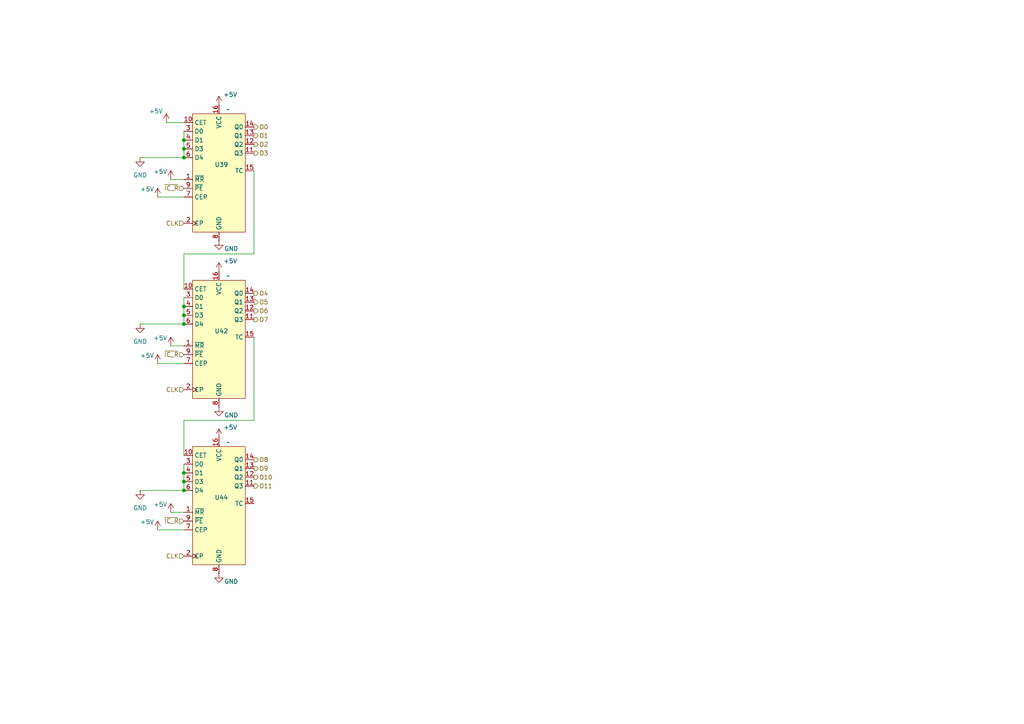
<source format=kicad_sch>
(kicad_sch (version 20250114) (generator "eeschema") (generator_version "9.0")
  (paper "A4")
  (lib_symbols
    (symbol "custom:74HC161"
      (property "Reference" "U" (at 0 0 0))
      (symbol "74HC161_1_1"
        (rectangle (start -7.62 16.51) (end 7.62 -17.78) (fill (type background)))
        (pin input line (at -10.16 13.97 0) (length 2.54) (name "CET") (number "10"))
        (pin input line (at -10.16 11.43 0) (length 2.54) (name "D0") (number "3"))
        (pin input line (at -10.16 8.89 0) (length 2.54) (name "D1") (number "4"))
        (pin input line (at -10.16 6.35 0) (length 2.54) (name "D3") (number "5"))
        (pin input line (at -10.16 3.81 0) (length 2.54) (name "D4") (number "6"))
        (pin input line (at -10.16 -2.54 0) (length 2.54) (name "~{MR}") (number "1"))
        (pin input line (at -10.16 -5.08 0) (length 2.54) (name "~{PE}") (number "9"))
        (pin input line (at -10.16 -7.62 0) (length 2.54) (name "CEP") (number "7"))
        (pin input clock (at -10.16 -15.24 0) (length 2.54) (name "CP") (number "2"))
        (pin power_in line (at 0 19.05 270) (length 2.54) (name "VCC") (number "16"))
        (pin power_in line (at 0 -20.32 90) (length 2.54) (name "GND") (number "8"))
        (pin output line (at 10.16 12.7 180) (length 2.54) (name "Q0") (number "14"))
        (pin output line (at 10.16 10.16 180) (length 2.54) (name "Q1") (number "13"))
        (pin output line (at 10.16 7.62 180) (length 2.54) (name "Q2") (number "12"))
        (pin output line (at 10.16 5.08 180) (length 2.54) (name "Q3") (number "11"))
        (pin output line (at 10.16 0 180) (length 2.54) (name "TC") (number "15"))
      )
    )
    (symbol "power:+5V" (power) (pin_numbers (hide yes)) (pin_names (offset 0) (hide yes))
      (property "Value" "+5V" (at 0 3.556 0))
      (symbol "+5V_0_1"
        (polyline (pts (xy -0.762 1.27) (xy 0 2.54)))
        (polyline (pts (xy 0 2.54) (xy 0.762 1.27)))
        (polyline (pts (xy 0 0) (xy 0 2.54)))
      )
      (symbol "+5V_1_1"
        (pin power_in line (at 0 0 90) (length 0) (name "~") (number "1"))
      )
    )
    (symbol "power:GND" (power) (pin_numbers (hide yes)) (pin_names (offset 0) (hide yes))
      (property "Value" "GND" (at 0 -3.81 0))
      (symbol "GND_0_1"
        (polyline (pts (xy 0 0) (xy 0 -1.27) (xy 1.27 -1.27) (xy 0 -2.54) (xy -1.27 -1.27) (xy 0 -1.27)))
      )
      (symbol "GND_1_1"
        (pin power_in line (at 0 0 270) (length 0) (name "~") (number "1"))
      )
    )
  )
  (junction (at 53.34 40.64))
  (junction (at 53.34 45.72))
  (junction (at 53.34 91.44))
  (junction (at 53.34 93.98))
  (junction (at 53.34 88.9))
  (junction (at 53.34 137.16))
  (junction (at 53.34 139.7))
  (junction (at 53.34 43.18))
  (junction (at 53.34 142.24))
  (wire (pts (xy 45.72 153.67) (xy 53.34 153.67)))
  (wire (pts (xy 53.34 134.62) (xy 53.34 137.16)))
  (wire (pts (xy 45.72 105.41) (xy 53.34 105.41)))
  (wire (pts (xy 53.34 43.18) (xy 53.34 45.72)))
  (wire (pts (xy 40.64 45.72) (xy 53.34 45.72)))
  (wire (pts (xy 73.66 97.79) (xy 73.66 121.92)))
  (wire (pts (xy 73.66 73.66) (xy 53.34 73.66)))
  (wire (pts (xy 53.34 121.92) (xy 53.34 132.08)))
  (wire (pts (xy 53.34 137.16) (xy 53.34 139.7)))
  (wire (pts (xy 53.34 100.33) (xy 49.53 100.33)))
  (wire (pts (xy 48.26 35.56) (xy 53.34 35.56)))
  (wire (pts (xy 53.34 73.66) (xy 53.34 83.82)))
  (wire (pts (xy 53.34 148.59) (xy 49.53 148.59)))
  (wire (pts (xy 53.34 40.64) (xy 53.34 43.18)))
  (wire (pts (xy 53.34 38.1) (xy 53.34 40.64)))
  (wire (pts (xy 53.34 139.7) (xy 53.34 142.24)))
  (wire (pts (xy 53.34 86.36) (xy 53.34 88.9)))
  (wire (pts (xy 40.64 93.98) (xy 53.34 93.98)))
  (wire (pts (xy 53.34 88.9) (xy 53.34 91.44)))
  (wire (pts (xy 73.66 121.92) (xy 53.34 121.92)))
  (wire (pts (xy 53.34 52.07) (xy 49.53 52.07)))
  (wire (pts (xy 53.34 91.44) (xy 53.34 93.98)))
  (wire (pts (xy 73.66 49.53) (xy 73.66 73.66)))
  (wire (pts (xy 40.64 142.24) (xy 53.34 142.24)))
  (wire (pts (xy 45.72 57.15) (xy 53.34 57.15)))
  (hierarchical_label "O8" (shape output) (at 73.66 133.35 0))
  (hierarchical_label "CLK" (shape input) (at 53.34 113.03 180))
  (hierarchical_label "~{IC_R}" (shape input) (at 53.34 54.61 180))
  (hierarchical_label "O7" (shape output) (at 73.66 92.71 0))
  (hierarchical_label "O0" (shape output) (at 73.66 36.83 0))
  (hierarchical_label "O9" (shape output) (at 73.66 135.89 0))
  (hierarchical_label "O10" (shape output) (at 73.66 138.43 0))
  (hierarchical_label "CLK" (shape input) (at 53.34 64.77 180))
  (hierarchical_label "O2" (shape output) (at 73.66 41.91 0))
  (hierarchical_label "O6" (shape output) (at 73.66 90.17 0))
  (hierarchical_label "~{IC_R}" (shape input) (at 53.34 151.13 180))
  (hierarchical_label "~{IC_R}" (shape input) (at 53.34 102.87 180))
  (hierarchical_label "O11" (shape output) (at 73.66 140.97 0))
  (hierarchical_label "O4" (shape output) (at 73.66 85.09 0))
  (hierarchical_label "CLK" (shape input) (at 53.34 161.29 180))
  (hierarchical_label "O5" (shape output) (at 73.66 87.63 0))
  (hierarchical_label "O3" (shape output) (at 73.66 44.45 0))
  (hierarchical_label "O1" (shape output) (at 73.66 39.37 0))
  (symbol (lib_id "power:GND") (at 40.64 45.72 0) (unit 1)
    (property "Reference" "#PWR0150" (effects (hide yes)))
    (property "Value" "GND" (at 40.64 50.8 0))
    (property "Description" "Power symbol creates a global label with name \"GND\" , ground" (effects (hide yes)))
  )
  (symbol (lib_id "power:GND") (at 63.5 69.85 0) (unit 1)
    (property "Reference" "#PWR0138" (effects (hide yes)))
    (property "Value" "GND" (at 67.056 72.136 0))
    (property "Description" "Power symbol creates a global label with name \"GND\" , ground" (effects (hide yes)))
  )
  (symbol (lib_id "power:GND") (at 63.5 166.37 0) (unit 1)
    (property "Reference" "#PWR0149" (effects (hide yes)))
    (property "Value" "GND" (at 67.056 168.656 0))
    (property "Description" "Power symbol creates a global label with name \"GND\" , ground" (effects (hide yes)))
  )
  (symbol (lib_id "power:+5V") (at 63.5 30.48 0) (unit 1)
    (property "Reference" "#PWR0137" (effects (hide yes)))
    (property "Value" "+5V" (at 66.802 27.432 0))
    (property "Description" "Power symbol creates a global label with name \"+5V\"" (effects (hide yes)))
  )
  (symbol (lib_id "power:+5V") (at 63.5 127 0) (unit 1)
    (property "Reference" "#PWR0148" (effects (hide yes)))
    (property "Value" "+5V" (at 66.802 123.952 0))
    (property "Description" "Power symbol creates a global label with name \"+5V\"" (effects (hide yes)))
  )
  (symbol (lib_id "power:GND") (at 63.5 118.11 0) (unit 1)
    (property "Reference" "#PWR0147" (effects (hide yes)))
    (property "Value" "GND" (at 67.056 120.396 0))
    (property "Description" "Power symbol creates a global label with name \"GND\" , ground" (effects (hide yes)))
  )
  (symbol (lib_id "custom:74HC161") (at 63.5 97.79 0) (unit 1)
    (property "Reference" "U42" (at 62.23 96.012 0) (effects (justify left)))
    (property "Value" "~" (at 65.6433 80.01 0) (effects (justify left)))
  )
  (symbol (lib_id "power:+5V") (at 45.72 153.67 0) (unit 1)
    (property "Reference" "#PWR0155" (effects (hide yes)))
    (property "Value" "+5V" (at 42.672 151.384 0))
    (property "Description" "Power symbol creates a global label with name \"+5V\"" (effects (hide yes)))
  )
  (symbol (lib_id "power:+5V") (at 45.72 57.15 0) (unit 1)
    (property "Reference" "#PWR0153" (effects (hide yes)))
    (property "Value" "+5V" (at 42.672 54.864 0))
    (property "Description" "Power symbol creates a global label with name \"+5V\"" (effects (hide yes)))
  )
  (symbol (lib_id "power:+5V") (at 49.53 100.33 0) (unit 1)
    (property "Reference" "#PWR0135" (effects (hide yes)))
    (property "Value" "+5V" (at 46.482 98.044 0))
    (property "Description" "Power symbol creates a global label with name \"+5V\"" (effects (hide yes)))
  )
  (symbol (lib_id "power:+5V") (at 49.53 52.07 0) (unit 1)
    (property "Reference" "#PWR0134" (effects (hide yes)))
    (property "Value" "+5V" (at 46.482 49.784 0))
    (property "Description" "Power symbol creates a global label with name \"+5V\"" (effects (hide yes)))
  )
  (symbol (lib_id "power:GND") (at 40.64 142.24 0) (unit 1)
    (property "Reference" "#PWR0152" (effects (hide yes)))
    (property "Value" "GND" (at 40.64 147.32 0))
    (property "Description" "Power symbol creates a global label with name \"GND\" , ground" (effects (hide yes)))
  )
  (symbol (lib_id "power:+5V") (at 45.72 105.41 0) (unit 1)
    (property "Reference" "#PWR0154" (effects (hide yes)))
    (property "Value" "+5V" (at 42.672 103.124 0))
    (property "Description" "Power symbol creates a global label with name \"+5V\"" (effects (hide yes)))
  )
  (symbol (lib_id "power:+5V") (at 48.26 35.56 0) (unit 1)
    (property "Reference" "#PWR0133" (effects (hide yes)))
    (property "Value" "+5V" (at 45.212 32.258 0))
    (property "Description" "Power symbol creates a global label with name \"+5V\"" (effects (hide yes)))
  )
  (symbol (lib_id "custom:74HC161") (at 63.5 49.53 0) (unit 1)
    (property "Reference" "U39" (at 62.23 47.752 0) (effects (justify left)))
    (property "Value" "~" (at 65.6433 31.75 0) (effects (justify left)))
  )
  (symbol (lib_id "power:+5V") (at 63.5 78.74 0) (unit 1)
    (property "Reference" "#PWR0139" (effects (hide yes)))
    (property "Value" "+5V" (at 66.802 75.692 0))
    (property "Description" "Power symbol creates a global label with name \"+5V\"" (effects (hide yes)))
  )
  (symbol (lib_id "custom:74HC161") (at 63.5 146.05 0) (unit 1)
    (property "Reference" "U44" (at 62.23 144.272 0) (effects (justify left)))
    (property "Value" "~" (at 65.6433 128.27 0) (effects (justify left)))
  )
  (symbol (lib_id "power:+5V") (at 49.53 148.59 0) (unit 1)
    (property "Reference" "#PWR0136" (effects (hide yes)))
    (property "Value" "+5V" (at 46.482 146.304 0))
    (property "Description" "Power symbol creates a global label with name \"+5V\"" (effects (hide yes)))
  )
  (symbol (lib_id "power:GND") (at 40.64 93.98 0) (unit 1)
    (property "Reference" "#PWR0151" (effects (hide yes)))
    (property "Value" "GND" (at 40.64 99.06 0))
    (property "Description" "Power symbol creates a global label with name \"GND\" , ground" (effects (hide yes)))
  )
)
</source>
